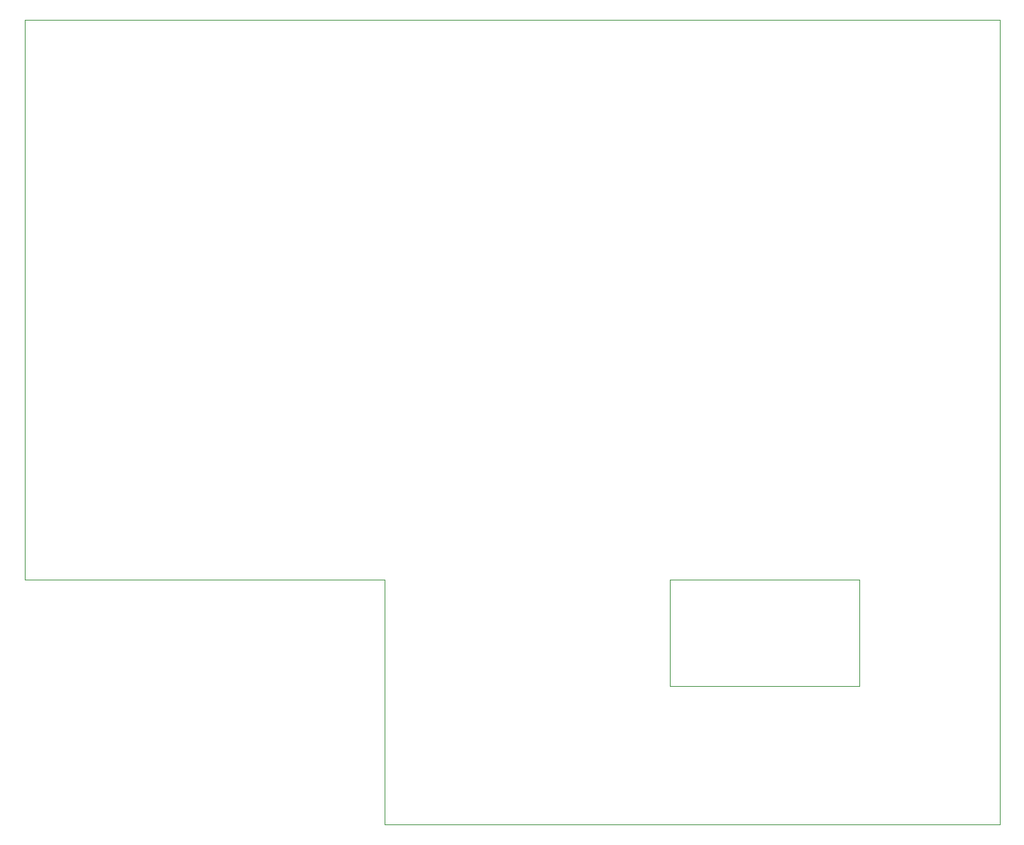
<source format=gm1>
G04 #@! TF.GenerationSoftware,KiCad,Pcbnew,5.1.5*
G04 #@! TF.CreationDate,2020-05-30T12:44:14+02:00*
G04 #@! TF.ProjectId,cmdr_matrixboard,636d6472-5f6d-4617-9472-6978626f6172,rev?*
G04 #@! TF.SameCoordinates,Original*
G04 #@! TF.FileFunction,Profile,NP*
%FSLAX46Y46*%
G04 Gerber Fmt 4.6, Leading zero omitted, Abs format (unit mm)*
G04 Created by KiCad (PCBNEW 5.1.5) date 2020-05-30 12:44:14*
%MOMM*%
%LPD*%
G04 APERTURE LIST*
%ADD10C,0.050000*%
G04 APERTURE END LIST*
D10*
X161290000Y-129540000D02*
X161290000Y-116840000D01*
X183959500Y-129540000D02*
X161290000Y-129540000D01*
X183959500Y-116840000D02*
X183959500Y-129540000D01*
X161290000Y-116840000D02*
X183959500Y-116840000D01*
X127254000Y-146050000D02*
X200660000Y-146050000D01*
X127254000Y-116840000D02*
X127254000Y-146050000D01*
X84328000Y-116840000D02*
X127254000Y-116840000D01*
X84328000Y-50038000D02*
X84328000Y-116840000D01*
X200660000Y-50038000D02*
X84328000Y-50038000D01*
X200660000Y-146050000D02*
X200660000Y-50038000D01*
M02*

</source>
